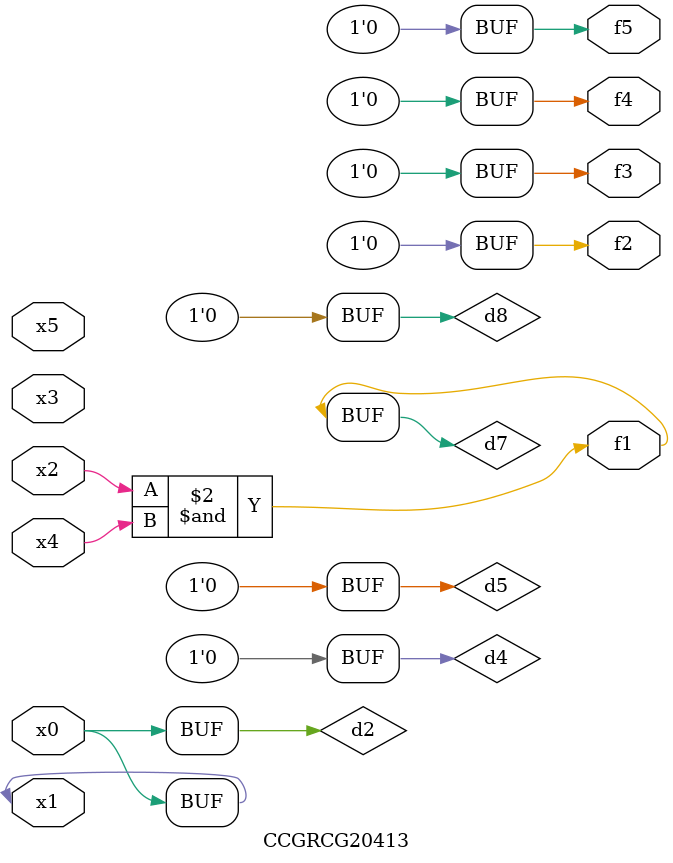
<source format=v>
module CCGRCG20413(
	input x0, x1, x2, x3, x4, x5,
	output f1, f2, f3, f4, f5
);

	wire d1, d2, d3, d4, d5, d6, d7, d8, d9;

	nand (d1, x1);
	buf (d2, x0, x1);
	nand (d3, x2, x4);
	and (d4, d1, d2);
	and (d5, d1, d2);
	nand (d6, d1, d3);
	not (d7, d3);
	xor (d8, d5);
	nor (d9, d5, d6);
	assign f1 = d7;
	assign f2 = d8;
	assign f3 = d8;
	assign f4 = d8;
	assign f5 = d8;
endmodule

</source>
